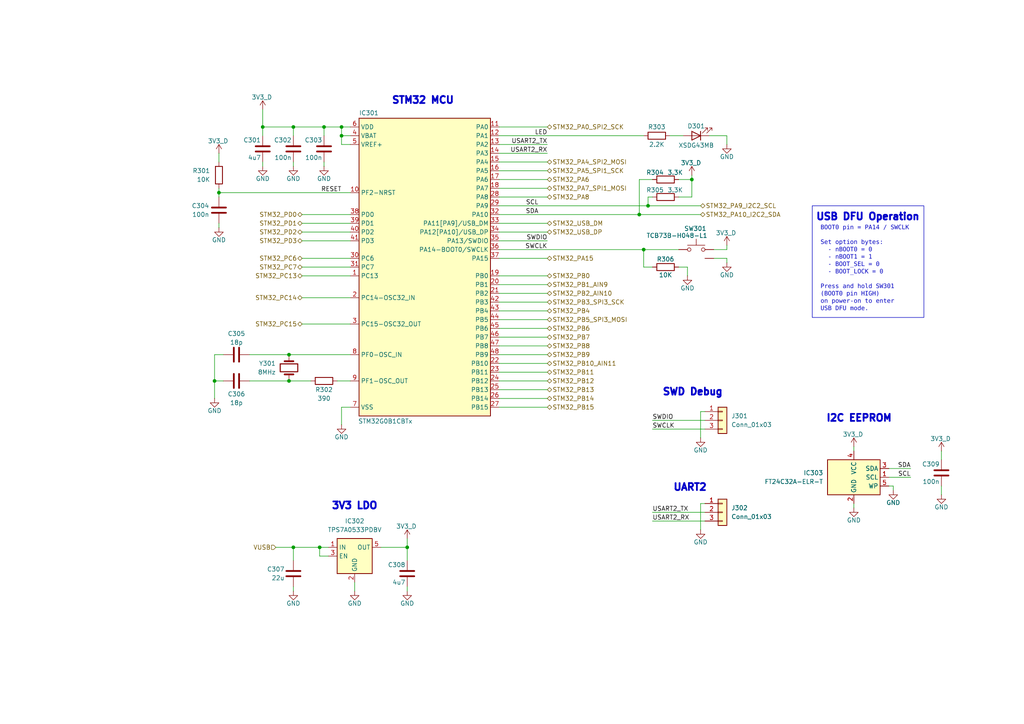
<source format=kicad_sch>
(kicad_sch (version 20231120) (generator "eeschema") (generator_version "8.0")
  (paper "A4")
  (title_block (title "RFE") (date "2024-06-01") (rev "A1") (company "LibreCellular Project - https://librecellular.org/") (comment 1 "Drawn: OK") (comment 2 "Checked: x"))
  (lib_symbols
    (symbol "Connector_Generic:Conn_01x03" (pin_names (offset 1.016) hide)
      (property "Reference" "J" (at 0 5.08 0))
      (property "Value" "Conn_01x03" (at 0 -5.08 0))
      (symbol "Conn_01x03_1_1"
        (rectangle (start -1.27 -2.413) (end 0 -2.667) (stroke (width 0.1524)))
        (rectangle (start -1.27 0.127) (end 0 -0.127) (stroke (width 0.1524)))
        (rectangle (start -1.27 2.667) (end 0 2.413) (stroke (width 0.1524)))
        (rectangle (start -1.27 3.81) (end 1.27 -3.81) (stroke (width 0.254)) (fill (type background)))
        (pin passive line (at -5.08 2.54 0) (length 3.81) (name "Pin_1") (number "1"))
        (pin passive line (at -5.08 0 0) (length 3.81) (name "Pin_2") (number "2"))
        (pin passive line (at -5.08 -2.54 0) (length 3.81) (name "Pin_3") (number "3"))
      )
    )
    (symbol "Device:C" (pin_numbers hide) (pin_names (offset 0.254))
      (property "Reference" "C" (at 0.635 2.54 0))
      (property "Value" "C" (at 0.635 -2.54 0))
      (symbol "C_0_1"
        (polyline (pts (xy -2.032 -0.762) (xy 2.032 -0.762)) (stroke (width 0.508)))
        (polyline (pts (xy -2.032 0.762) (xy 2.032 0.762)) (stroke (width 0.508)))
      )
      (symbol "C_1_1"
        (pin passive line (at 0 3.81 270) (length 2.794) (name "~") (number "1"))
        (pin passive line (at 0 -3.81 90) (length 2.794) (name "~") (number "2"))
      )
    )
    (symbol "Device:Crystal" (pin_numbers hide) (pin_names (offset 1.016) hide)
      (property "Reference" "Y301" (at 1.2701 3.81 90))
      (property "Value" "8MHz" (at -1.2699 3.81 90))
      (symbol "Crystal_0_1"
        (rectangle (start -1.143 2.54) (end 1.143 -2.54) (stroke (width 0.3048)))
        (polyline (pts (xy -2.54 0) (xy -1.905 0)))
        (polyline (pts (xy -1.905 -1.27) (xy -1.905 1.27)) (stroke (width 0.508)))
        (polyline (pts (xy 1.905 -1.27) (xy 1.905 1.27)) (stroke (width 0.508)))
        (polyline (pts (xy 2.54 0) (xy 1.905 0)))
      )
      (symbol "Crystal_1_1"
        (pin passive line (at -3.81 0 0) (length 1.27) (name "1") (number "1"))
        (pin passive line (at 3.81 0 180) (length 1.27) (name "2") (number "2"))
      )
    )
    (symbol "Device:LED" (pin_numbers hide) (pin_names (offset 1.016) hide)
      (property "Reference" "D" (at 0 2.54 0))
      (property "Value" "LED" (at 0 -2.54 0))
      (symbol "LED_0_1"
        (polyline (pts (xy -1.27 -1.27) (xy -1.27 1.27)) (stroke (width 0.254)))
        (polyline (pts (xy -1.27 0) (xy 1.27 0)))
        (polyline (pts (xy 1.27 -1.27) (xy 1.27 1.27) (xy -1.27 0) (xy 1.27 -1.27)) (stroke (width 0.254)))
        (polyline (pts (xy -3.048 -0.762) (xy -4.572 -2.286) (xy -3.81 -2.286) (xy -4.572 -2.286) (xy -4.572 -1.524)))
        (polyline (pts (xy -1.778 -0.762) (xy -3.302 -2.286) (xy -2.54 -2.286) (xy -3.302 -2.286) (xy -3.302 -1.524)))
      )
      (symbol "LED_1_1"
        (pin passive line (at -3.81 0 0) (length 2.54) (name "K") (number "1"))
        (pin passive line (at 3.81 0 180) (length 2.54) (name "A") (number "2"))
      )
    )
    (symbol "Device:R" (pin_numbers hide) (pin_names (offset 0))
      (property "Reference" "R" (at 2.032 0 90))
      (property "Value" "R" (at 0 0 90))
      (symbol "R_0_1"
        (rectangle (start -1.016 -2.54) (end 1.016 2.54) (stroke (width 0.254)))
      )
      (symbol "R_1_1"
        (pin passive line (at 0 3.81 270) (length 1.27) (name "~") (number "1"))
        (pin passive line (at 0 -3.81 90) (length 1.27) (name "~") (number "2"))
      )
    )
    (symbol "LC_RFE:PushButton-TCB73B-H048-L1" (pin_numbers hide) (pin_names (offset 1.016) hide)
      (property "Reference" "SW" (at -4.318 3.302 0))
      (property "Value" "PushButton-TCB73B-H048-L1" (at 0.508 -4.826 0))
      (symbol "PushButton-TCB73B-H048-L1_0_1"
        (circle (center -2.032 0) (radius 0.508))
        (polyline (pts (xy 0 1.27) (xy 0 3.048)))
        (polyline (pts (xy 2.54 1.27) (xy -2.54 1.27)))
        (circle (center 2.032 0) (radius 0.508))
        (pin passive line (at -5.08 0 0) (length 2.54) (name "1") (number "1"))
        (pin passive line (at 5.08 0 180) (length 2.54) (name "2") (number "2"))
        (pin passive line (at 5.08 -2.54 180) (length 2.54) (name "3") (number "3"))
      )
    )
    (symbol "MCU_ST_STM32G0:STM32G0B1CBTx"
      (property "Reference" "U?" (at -19.05 44.704 0))
      (property "Value" "STM32G0B1CBTx" (at -19.304 -44.704 0))
      (symbol "STM32G0B1CBTx_0_1"
        (rectangle (start -19.05 43.18) (end 19.05 -43.18) (stroke (width 0.254)) (fill (type background)))
      )
      (symbol "STM32G0B1CBTx_1_1"
        (pin bidirectional line (at -21.59 -2.54 0) (length 2.54) (name "PC13") (number "1"))
        (pin bidirectional line (at -21.59 21.59 0) (length 2.54) (name "PF2-NRST") (number "10"))
        (pin bidirectional line (at 21.59 40.64 180) (length 2.54) (name "PA0") (number "11"))
        (pin bidirectional line (at 21.59 38.1 180) (length 2.54) (name "PA1") (number "12"))
        (pin bidirectional line (at 21.59 35.56 180) (length 2.54) (name "PA2") (number "13"))
        (pin bidirectional line (at 21.59 33.02 180) (length 2.54) (name "PA3") (number "14"))
        (pin bidirectional line (at 21.59 30.48 180) (length 2.54) (name "PA4") (number "15"))
        (pin bidirectional line (at 21.59 27.94 180) (length 2.54) (name "PA5") (number "16"))
        (pin bidirectional line (at 21.59 25.4 180) (length 2.54) (name "PA6") (number "17"))
        (pin bidirectional line (at 21.59 22.86 180) (length 2.54) (name "PA7") (number "18"))
        (pin bidirectional line (at 21.59 -2.54 180) (length 2.54) (name "PB0") (number "19"))
        (pin bidirectional line (at -21.59 -8.89 0) (length 2.54) (name "PC14-OSC32_IN") (number "2"))
        (pin bidirectional line (at 21.59 -5.08 180) (length 2.54) (name "PB1") (number "20"))
        (pin bidirectional line (at 21.59 -7.62 180) (length 2.54) (name "PB2") (number "21"))
        (pin bidirectional line (at 21.59 -27.94 180) (length 2.54) (name "PB10") (number "22"))
        (pin bidirectional line (at 21.59 -30.48 180) (length 2.54) (name "PB11") (number "23"))
        (pin bidirectional line (at 21.59 -33.02 180) (length 2.54) (name "PB12") (number "24"))
        (pin bidirectional line (at 21.59 -35.56 180) (length 2.54) (name "PB13") (number "25"))
        (pin bidirectional line (at 21.59 -38.1 180) (length 2.54) (name "PB14") (number "26"))
        (pin bidirectional line (at 21.59 -40.64 180) (length 2.54) (name "PB15") (number "27"))
        (pin bidirectional line (at 21.59 20.32 180) (length 2.54) (name "PA8") (number "28"))
        (pin bidirectional line (at 21.59 17.78 180) (length 2.54) (name "PA9") (number "29"))
        (pin bidirectional line (at -21.59 -16.51 0) (length 2.54) (name "PC15-OSC32_OUT") (number "3"))
        (pin bidirectional line (at -21.59 2.54 0) (length 2.54) (name "PC6") (number "30"))
        (pin bidirectional line (at -21.59 0 0) (length 2.54) (name "PC7") (number "31"))
        (pin bidirectional line (at 21.59 15.24 180) (length 2.54) (name "PA10") (number "32"))
        (pin bidirectional line (at 21.59 12.7 180) (length 2.54) (name "PA11[PA9]/USB_DM") (number "33"))
        (pin bidirectional line (at 21.59 10.16 180) (length 2.54) (name "PA12[PA10]/USB_DP") (number "34"))
        (pin bidirectional line (at 21.59 7.62 180) (length 2.54) (name "PA13/SWDIO") (number "35"))
        (pin bidirectional line (at 21.59 5.08 180) (length 2.54) (name "PA14-BOOT0/SWCLK") (number "36"))
        (pin bidirectional line (at 21.59 2.54 180) (length 2.54) (name "PA15") (number "37"))
        (pin bidirectional line (at -21.59 15.24 0) (length 2.54) (name "PD0") (number "38"))
        (pin bidirectional line (at -21.59 12.7 0) (length 2.54) (name "PD1") (number "39"))
        (pin power_in line (at -21.59 38.1 0) (length 2.54) (name "VBAT") (number "4"))
        (pin bidirectional line (at -21.59 10.16 0) (length 2.54) (name "PD2") (number "40"))
        (pin bidirectional line (at -21.59 7.62 0) (length 2.54) (name "PD3") (number "41"))
        (pin bidirectional line (at 21.59 -10.16 180) (length 2.54) (name "PB3") (number "42"))
        (pin bidirectional line (at 21.59 -12.7 180) (length 2.54) (name "PB4") (number "43"))
        (pin bidirectional line (at 21.59 -15.24 180) (length 2.54) (name "PB5") (number "44"))
        (pin bidirectional line (at 21.59 -17.78 180) (length 2.54) (name "PB6") (number "45"))
        (pin bidirectional line (at 21.59 -20.32 180) (length 2.54) (name "PB7") (number "46"))
        (pin bidirectional line (at 21.59 -22.86 180) (length 2.54) (name "PB8") (number "47"))
        (pin bidirectional line (at 21.59 -25.4 180) (length 2.54) (name "PB9") (number "48"))
        (pin input line (at -21.59 35.56 0) (length 2.54) (name "VREF+") (number "5"))
        (pin power_in line (at -21.59 40.64 0) (length 2.54) (name "VDD") (number "6"))
        (pin power_in line (at -21.59 -40.64 0) (length 2.54) (name "VSS") (number "7"))
        (pin bidirectional line (at -21.59 -25.4 0) (length 2.54) (name "PF0-OSC_IN") (number "8"))
        (pin bidirectional line (at -21.59 -33.02 0) (length 2.54) (name "PF1-OSC_OUT") (number "9"))
      )
    )
    (symbol "Memory_EEPROM:AT24CS32-STUM"
      (property "Reference" "U" (at -7.62 6.35 0))
      (property "Value" "AT24CS32-STUM" (at 2.54 -6.35 0))
      (symbol "AT24CS32-STUM_1_1"
        (rectangle (start -7.62 5.08) (end 7.62 -5.08) (stroke (width 0.254)) (fill (type background)))
        (pin input line (at 10.16 0 180) (length 2.54) (name "SCL") (number "1"))
        (pin power_in line (at 0 -7.62 90) (length 2.54) (name "GND") (number "2"))
        (pin bidirectional line (at 10.16 2.54 180) (length 2.54) (name "SDA") (number "3"))
        (pin power_in line (at 0 7.62 270) (length 2.54) (name "VCC") (number "4"))
        (pin input line (at 10.16 -2.54 180) (length 2.54) (name "WP") (number "5"))
      )
    )
    (symbol "Regulator_Linear:TPS7A0533PDBV"
      (property "Reference" "U" (at -3.81 6.35 0))
      (property "Value" "TPS7A0533PDBV" (at 6.35 6.35 0))
      (symbol "TPS7A0533PDBV_0_1"
        (rectangle (start -5.08 -5.08) (end 5.08 5.08) (stroke (width 0.254)) (fill (type background)))
        (pin power_in line (at -7.62 2.54 0) (length 2.54) (name "IN") (number "1"))
        (pin power_in line (at 0 -7.62 90) (length 2.54) (name "GND") (number "2"))
        (pin input line (at -7.62 0 0) (length 2.54) (name "EN") (number "3"))
        (pin no_connect line (at 5.08 0 180) (length 2.54) hide (name "NC") (number "4"))
        (pin power_out line (at 7.62 2.54 180) (length 2.54) (name "OUT") (number "5"))
      )
    )
    (symbol "power:+3V3" (power) (pin_numbers hide) (pin_names (offset 0) hide)
      (property "Value" "+3V3" (at 0 3.556 0))
      (symbol "+3V3_0_1"
        (polyline (pts (xy -0.762 1.27) (xy 0 2.54)))
        (polyline (pts (xy 0 0) (xy 0 2.54)))
        (polyline (pts (xy 0 2.54) (xy 0.762 1.27)))
      )
      (symbol "+3V3_1_1"
        (pin power_in line (at 0 0 90) (length 0) (name "~") (number "1"))
      )
    )
    (symbol "power:GND" (power) (pin_numbers hide) (pin_names (offset 0) hide)
      (property "Value" "GND" (at 0 -3.81 0))
      (symbol "GND_0_1"
        (polyline (pts (xy 0 0) (xy 0 -1.27) (xy 1.27 -1.27) (xy 0 -2.54) (xy -1.27 -1.27) (xy 0 -1.27)))
      )
      (symbol "GND_1_1"
        (pin power_in line (at 0 0 270) (length 0) (name "~") (number "1"))
      )
    )
  )
  (junction (at 83.82 102.87))
  (junction (at 76.2 36.83))
  (junction (at 85.09 158.75))
  (junction (at 83.82 110.49))
  (junction (at 63.5 55.88))
  (junction (at 186.69 72.39))
  (junction (at 92.71 158.75))
  (junction (at 187.96 59.69))
  (junction (at 85.09 36.83))
  (junction (at 62.23 110.49))
  (junction (at 185.42 62.23))
  (junction (at 99.06 36.83))
  (junction (at 200.66 52.07))
  (junction (at 99.06 39.37))
  (junction (at 118.11 158.75))
  (junction (at 93.98 36.83))
  (wire (pts (xy 144.78 113.03) (xy 158.75 113.03)))
  (wire (pts (xy 185.42 62.23) (xy 203.2 62.23)))
  (wire (pts (xy 186.69 72.39) (xy 196.85 72.39)))
  (wire (pts (xy 200.66 52.07) (xy 200.66 57.15)))
  (wire (pts (xy 205.74 39.37) (xy 210.82 39.37)))
  (wire (pts (xy 144.78 67.31) (xy 158.75 67.31)))
  (wire (pts (xy 189.23 124.46) (xy 204.47 124.46)))
  (wire (pts (xy 85.09 36.83) (xy 85.09 39.37)))
  (wire (pts (xy 257.81 140.97) (xy 259.08 140.97)))
  (wire (pts (xy 85.09 36.83) (xy 76.2 36.83)))
  (wire (pts (xy 63.5 44.45) (xy 63.5 46.99)))
  (wire (pts (xy 196.85 77.47) (xy 199.39 77.47)))
  (wire (pts (xy 259.08 140.97) (xy 259.08 142.24)))
  (wire (pts (xy 83.82 102.87) (xy 101.6 102.87)))
  (wire (pts (xy 101.6 69.85) (xy 87.63 69.85)))
  (wire (pts (xy 144.78 87.63) (xy 158.75 87.63)))
  (wire (pts (xy 187.96 57.15) (xy 187.96 59.69)))
  (wire (pts (xy 210.82 39.37) (xy 210.82 41.91)))
  (wire (pts (xy 99.06 36.83) (xy 101.6 36.83)))
  (wire (pts (xy 189.23 121.92) (xy 204.47 121.92)))
  (wire (pts (xy 144.78 80.01) (xy 158.75 80.01)))
  (wire (pts (xy 63.5 54.61) (xy 63.5 55.88)))
  (wire (pts (xy 207.01 72.39) (xy 210.82 72.39)))
  (wire (pts (xy 185.42 52.07) (xy 185.42 62.23)))
  (wire (pts (xy 76.2 31.75) (xy 76.2 36.83)))
  (wire (pts (xy 187.96 59.69) (xy 203.2 59.69)))
  (wire (pts (xy 85.09 46.99) (xy 85.09 48.26)))
  (wire (pts (xy 63.5 55.88) (xy 101.6 55.88)))
  (wire (pts (xy 93.98 46.99) (xy 93.98 48.26)))
  (wire (pts (xy 189.23 52.07) (xy 185.42 52.07)))
  (wire (pts (xy 144.78 44.45) (xy 158.75 44.45)))
  (wire (pts (xy 62.23 110.49) (xy 64.77 110.49)))
  (wire (pts (xy 207.01 74.93) (xy 210.82 74.93)))
  (wire (pts (xy 101.6 77.47) (xy 87.63 77.47)))
  (wire (pts (xy 144.78 105.41) (xy 158.75 105.41)))
  (wire (pts (xy 144.78 69.85) (xy 158.75 69.85)))
  (wire (pts (xy 144.78 59.69) (xy 187.96 59.69)))
  (wire (pts (xy 63.5 66.04) (xy 63.5 64.77)))
  (wire (pts (xy 210.82 74.93) (xy 210.82 76.2)))
  (wire (pts (xy 210.82 72.39) (xy 210.82 71.12)))
  (wire (pts (xy 93.98 36.83) (xy 85.09 36.83)))
  (wire (pts (xy 72.39 102.87) (xy 83.82 102.87)))
  (wire (pts (xy 85.09 158.75) (xy 92.71 158.75)))
  (wire (pts (xy 273.05 140.97) (xy 273.05 143.51)))
  (wire (pts (xy 85.09 158.75) (xy 85.09 162.56)))
  (wire (pts (xy 92.71 158.75) (xy 95.25 158.75)))
  (wire (pts (xy 186.69 77.47) (xy 186.69 72.39)))
  (wire (pts (xy 144.78 110.49) (xy 158.75 110.49)))
  (wire (pts (xy 144.78 90.17) (xy 158.75 90.17)))
  (wire (pts (xy 199.39 77.47) (xy 199.39 80.01)))
  (wire (pts (xy 101.6 86.36) (xy 87.63 86.36)))
  (wire (pts (xy 62.23 110.49) (xy 62.23 115.57)))
  (wire (pts (xy 144.78 95.25) (xy 158.75 95.25)))
  (wire (pts (xy 97.79 110.49) (xy 101.6 110.49)))
  (wire (pts (xy 99.06 118.11) (xy 99.06 123.19)))
  (wire (pts (xy 101.6 74.93) (xy 87.63 74.93)))
  (wire (pts (xy 99.06 36.83) (xy 93.98 36.83)))
  (wire (pts (xy 196.85 52.07) (xy 200.66 52.07)))
  (wire (pts (xy 64.77 102.87) (xy 62.23 102.87)))
  (wire (pts (xy 83.82 110.49) (xy 90.17 110.49)))
  (wire (pts (xy 101.6 41.91) (xy 99.06 41.91)))
  (wire (pts (xy 144.78 57.15) (xy 158.75 57.15)))
  (wire (pts (xy 118.11 171.45) (xy 118.11 170.18)))
  (wire (pts (xy 102.87 171.45) (xy 102.87 168.91)))
  (wire (pts (xy 144.78 46.99) (xy 158.75 46.99)))
  (wire (pts (xy 80.01 158.75) (xy 85.09 158.75)))
  (wire (pts (xy 63.5 55.88) (xy 63.5 57.15)))
  (wire (pts (xy 99.06 41.91) (xy 99.06 39.37)))
  (wire (pts (xy 144.78 92.71) (xy 158.75 92.71)))
  (wire (pts (xy 101.6 80.01) (xy 87.63 80.01)))
  (wire (pts (xy 257.81 138.43) (xy 264.16 138.43)))
  (wire (pts (xy 194.31 39.37) (xy 198.12 39.37)))
  (wire (pts (xy 95.25 161.29) (xy 92.71 161.29)))
  (wire (pts (xy 76.2 36.83) (xy 76.2 39.37)))
  (wire (pts (xy 203.2 146.05) (xy 203.2 153.67)))
  (wire (pts (xy 144.78 74.93) (xy 158.75 74.93)))
  (wire (pts (xy 144.78 85.09) (xy 158.75 85.09)))
  (wire (pts (xy 93.98 36.83) (xy 93.98 39.37)))
  (wire (pts (xy 196.85 57.15) (xy 200.66 57.15)))
  (wire (pts (xy 144.78 39.37) (xy 186.69 39.37)))
  (wire (pts (xy 85.09 171.45) (xy 85.09 170.18)))
  (wire (pts (xy 144.78 100.33) (xy 158.75 100.33)))
  (wire (pts (xy 204.47 119.38) (xy 203.2 119.38)))
  (wire (pts (xy 118.11 158.75) (xy 118.11 162.56)))
  (wire (pts (xy 189.23 151.13) (xy 204.47 151.13)))
  (wire (pts (xy 144.78 102.87) (xy 158.75 102.87)))
  (wire (pts (xy 76.2 46.99) (xy 76.2 48.26)))
  (wire (pts (xy 257.81 135.89) (xy 264.16 135.89)))
  (wire (pts (xy 203.2 119.38) (xy 203.2 127)))
  (wire (pts (xy 144.78 72.39) (xy 186.69 72.39)))
  (wire (pts (xy 144.78 54.61) (xy 158.75 54.61)))
  (wire (pts (xy 273.05 130.81) (xy 273.05 133.35)))
  (wire (pts (xy 144.78 82.55) (xy 158.75 82.55)))
  (wire (pts (xy 72.39 110.49) (xy 83.82 110.49)))
  (wire (pts (xy 101.6 64.77) (xy 87.63 64.77)))
  (wire (pts (xy 189.23 57.15) (xy 187.96 57.15)))
  (wire (pts (xy 144.78 115.57) (xy 158.75 115.57)))
  (wire (pts (xy 62.23 102.87) (xy 62.23 110.49)))
  (wire (pts (xy 101.6 62.23) (xy 87.63 62.23)))
  (wire (pts (xy 144.78 64.77) (xy 158.75 64.77)))
  (wire (pts (xy 101.6 67.31) (xy 87.63 67.31)))
  (wire (pts (xy 189.23 77.47) (xy 186.69 77.47)))
  (wire (pts (xy 99.06 39.37) (xy 101.6 39.37)))
  (wire (pts (xy 200.66 50.8) (xy 200.66 52.07)))
  (wire (pts (xy 101.6 118.11) (xy 99.06 118.11)))
  (wire (pts (xy 204.47 146.05) (xy 203.2 146.05)))
  (wire (pts (xy 144.78 118.11) (xy 158.75 118.11)))
  (wire (pts (xy 110.49 158.75) (xy 118.11 158.75)))
  (wire (pts (xy 189.23 148.59) (xy 204.47 148.59)))
  (wire (pts (xy 92.71 161.29) (xy 92.71 158.75)))
  (wire (pts (xy 247.65 147.32) (xy 247.65 146.05)))
  (wire (pts (xy 144.78 97.79) (xy 158.75 97.79)))
  (wire (pts (xy 118.11 156.21) (xy 118.11 158.75)))
  (wire (pts (xy 101.6 93.98) (xy 87.63 93.98)))
  (wire (pts (xy 144.78 62.23) (xy 185.42 62.23)))
  (wire (pts (xy 144.78 41.91) (xy 158.75 41.91)))
  (wire (pts (xy 144.78 52.07) (xy 158.75 52.07)))
  (wire (pts (xy 144.78 49.53) (xy 158.75 49.53)))
  (wire (pts (xy 144.78 36.83) (xy 158.75 36.83)))
  (wire (pts (xy 144.78 107.95) (xy 158.75 107.95)))
  (wire (pts (xy 247.65 129.54) (xy 247.65 130.81)))
  (wire (pts (xy 99.06 39.37) (xy 99.06 36.83)))
  (rectangle (start 235.585 59.69) (end 267.97 92.075))
  (text "I2C EEPROM" (at 249.174 121.412 0) (effects (font (size 2.032 2.032) (thickness 1.524) (bold yes))))
  (text "3V3 LDO" (at 102.87 146.812 0) (effects (font (size 2.032 2.032) (thickness 1.524) (bold yes))))
  (text "BOOT0 pin = PA14 / SWCLK\n\nSet option bytes:\n  - nBOOT0 = 0\n  - nBOOT1 = 1\n  - BOOT_SEL = 0\n  - BOOT_LOCK = 0\n\nPress and hold SW301\n(BOOT0 pin HIGH)\non power-on to enter\nUSB DFU mode." (at 237.998 65.786 0) (effects (font (size 1.27 1.27)) (justify left top)))
  (text "UART2" (at 200.152 141.478 0) (effects (font (size 2.032 2.032) (thickness 1.524) (bold yes))))
  (text "SWD Debug" (at 200.914 113.792 0) (effects (font (size 2.032 2.032) (thickness 1.524) (bold yes))))
  (text "USB DFU Operation" (at 251.714 62.992 0) (effects (font (size 2.032 2.032) (thickness 1.524) (bold yes))))
  (text "STM32 MCU" (at 122.682 29.21 0) (effects (font (size 2.032 2.032) (thickness 1.524) (bold yes))))
  (label "SCL" (at 264.16 138.43 180))
  (label "RESET" (at 99.06 55.88 180))
  (label "SWCLK" (at 189.23 124.46 0))
  (label "SWCLK" (at 158.75 72.39 180))
  (label "SWDIO" (at 158.75 69.85 180))
  (label "LED" (at 158.75 39.37 180))
  (label "USART2_TX" (at 189.23 148.59 0))
  (label "USART2_RX" (at 189.23 151.13 0))
  (label "SWDIO" (at 189.23 121.92 0))
  (label "USART2_TX" (at 158.75 41.91 180))
  (label "SDA" (at 264.16 135.89 180))
  (label "SDA" (at 156.21 62.23 180))
  (label "USART2_RX" (at 158.75 44.45 180))
  (label "SCL" (at 156.21 59.69 180))
  (hierarchical_label "STM32_PD2" (shape bidirectional) (at 87.63 67.31 180))
  (hierarchical_label "STM32_PB7" (shape bidirectional) (at 158.75 97.79 0))
  (hierarchical_label "STM32_PA0_SPI2_SCK" (shape bidirectional) (at 158.75 36.83 0))
  (hierarchical_label "STM32_PA7_SPI1_MOSI" (shape bidirectional) (at 158.75 54.61 0))
  (hierarchical_label "STM32_USB_DM" (shape bidirectional) (at 158.75 64.77 0))
  (hierarchical_label "STM32_PA4_SPI2_MOSI" (shape bidirectional) (at 158.75 46.99 0))
  (hierarchical_label "STM32_PB5_SPI3_MOSI" (shape bidirectional) (at 158.75 92.71 0))
  (hierarchical_label "VUSB" (shape input) (at 80.01 158.75 180))
  (hierarchical_label "STM32_PB8" (shape bidirectional) (at 158.75 100.33 0))
  (hierarchical_label "STM32_PB2_AIN10" (shape bidirectional) (at 158.75 85.09 0))
  (hierarchical_label "STM32_PB10_AIN11" (shape bidirectional) (at 158.75 105.41 0))
  (hierarchical_label "STM32_USB_DP" (shape bidirectional) (at 158.75 67.31 0))
  (hierarchical_label "STM32_PA5_SPI1_SCK" (shape bidirectional) (at 158.75 49.53 0))
  (hierarchical_label "STM32_PB12" (shape bidirectional) (at 158.75 110.49 0))
  (hierarchical_label "STM32_PB14" (shape bidirectional) (at 158.75 115.57 0))
  (hierarchical_label "STM32_PD3" (shape bidirectional) (at 87.63 69.85 180))
  (hierarchical_label "STM32_PB1_AIN9" (shape bidirectional) (at 158.75 82.55 0))
  (hierarchical_label "STM32_PD0" (shape bidirectional) (at 87.63 62.23 180))
  (hierarchical_label "STM32_PB0" (shape bidirectional) (at 158.75 80.01 0))
  (hierarchical_label "STM32_PB15" (shape bidirectional) (at 158.75 118.11 0))
  (hierarchical_label "STM32_PB9" (shape bidirectional) (at 158.75 102.87 0))
  (hierarchical_label "STM32_PB13" (shape bidirectional) (at 158.75 113.03 0))
  (hierarchical_label "STM32_PC15" (shape bidirectional) (at 87.63 93.98 180))
  (hierarchical_label "STM32_PA8" (shape bidirectional) (at 158.75 57.15 0))
  (hierarchical_label "STM32_PC7" (shape bidirectional) (at 87.63 77.47 180))
  (hierarchical_label "STM32_PC13" (shape bidirectional) (at 87.63 80.01 180))
  (hierarchical_label "STM32_PB11" (shape bidirectional) (at 158.75 107.95 0))
  (hierarchical_label "STM32_PB3_SPI3_SCK" (shape bidirectional) (at 158.75 87.63 0))
  (hierarchical_label "STM32_PA9_I2C2_SCL" (shape bidirectional) (at 203.2 59.69 0))
  (hierarchical_label "STM32_PC6" (shape bidirectional) (at 87.63 74.93 180))
  (hierarchical_label "STM32_PA6" (shape bidirectional) (at 158.75 52.07 0))
  (hierarchical_label "STM32_PA15" (shape bidirectional) (at 158.75 74.93 0))
  (hierarchical_label "STM32_PB4" (shape bidirectional) (at 158.75 90.17 0))
  (hierarchical_label "STM32_PD1" (shape bidirectional) (at 87.63 64.77 180))
  (hierarchical_label "STM32_PB6" (shape bidirectional) (at 158.75 95.25 0))
  (hierarchical_label "STM32_PA10_I2C2_SDA" (shape bidirectional) (at 203.2 62.23 0))
  (hierarchical_label "STM32_PC14" (shape bidirectional) (at 87.63 86.36 180))
  (symbol (lib_id "Device:C") (at 63.5 60.96 0) (unit 1)
    (property "Reference" "C304" (at 60.706 59.69 0) (effects (justify right)))
    (property "Value" "100n" (at 60.706 62.23 0) (effects (justify right)))
    (property "Footprint" "Capacitor_SMD:C_0402_1005Metric" (effects (hide yes)))
    (property "Description" "Unpolarized capacitor" (effects (hide yes)))
    (property "JLCASSY" "C307331" (effects (hide yes)))
  )
  (symbol (lib_id "power:GND") (at 259.08 142.24 0) (unit 1)
    (property "Reference" "#PWR0322" (effects (hide yes)))
    (property "Value" "GND" (at 259.08 145.796 0))
    (property "Description" "Power symbol creates a global label with name \"GND\" , ground" (effects (hide yes)))
  )
  (symbol (lib_id "power:GND") (at 63.5 66.04 0) (unit 1)
    (property "Reference" "#PWR0306" (effects (hide yes)))
    (property "Value" "GND" (at 63.5 69.596 0))
    (property "Description" "Power symbol creates a global label with name \"GND\" , ground" (effects (hide yes)))
  )
  (symbol (lib_id "power:+3V3") (at 210.82 71.12 0) (unit 1)
    (property "Reference" "#PWR0309" (effects (hide yes)))
    (property "Value" "3V3_D" (at 210.566 67.564 0))
    (property "Description" "Power symbol creates a global label with name \"+3V3\"" (effects (hide yes)))
  )
  (symbol (lib_id "power:GND") (at 199.39 80.01 0) (unit 1)
    (property "Reference" "#PWR0317" (effects (hide yes)))
    (property "Value" "GND" (at 199.39 83.566 0))
    (property "Description" "Power symbol creates a global label with name \"GND\" , ground" (effects (hide yes)))
  )
  (symbol (lib_id "power:GND") (at 203.2 153.67 0) (unit 1)
    (property "Reference" "#PWR0316" (effects (hide yes)))
    (property "Value" "GND" (at 203.2 157.226 0))
    (property "Description" "Power symbol creates a global label with name \"GND\" , ground" (effects (hide yes)))
  )
  (symbol (lib_id "power:+3V3") (at 247.65 129.54 0) (unit 1)
    (property "Reference" "#PWR0321" (effects (hide yes)))
    (property "Value" "3V3_D" (at 247.396 125.984 0))
    (property "Description" "Power symbol creates a global label with name \"+3V3\"" (effects (hide yes)))
  )
  (symbol (lib_id "power:GND") (at 99.06 123.19 0) (unit 1)
    (property "Reference" "#PWR0308" (effects (hide yes)))
    (property "Value" "GND" (at 99.06 126.746 0))
    (property "Description" "Power symbol creates a global label with name \"GND\" , ground" (effects (hide yes)))
  )
  (symbol (lib_id "Device:R") (at 63.5 50.8 0) (mirror y) (unit 1)
    (property "Reference" "R301" (at 60.96 49.5299 0) (effects (justify left)))
    (property "Value" "10K" (at 60.96 52.0699 0) (effects (justify left)))
    (property "Footprint" "Resistor_SMD:R_0402_1005Metric" (effects (hide yes)))
    (property "Description" "Resistor" (effects (hide yes)))
    (property "JLCASSY" "C2902636" (effects (hide yes)))
  )
  (symbol (lib_id "Device:C") (at 93.98 43.18 0) (unit 1)
    (property "Reference" "C303" (at 93.472 40.64 0) (effects (justify right)))
    (property "Value" "100n" (at 93.472 45.72 0) (effects (justify right)))
    (property "Footprint" "Capacitor_SMD:C_0402_1005Metric" (effects (hide yes)))
    (property "Description" "Unpolarized capacitor" (effects (hide yes)))
    (property "JLCASSY" "C307331" (effects (hide yes)))
  )
  (symbol (lib_id "power:GND") (at 118.11 171.45 0) (unit 1)
    (property "Reference" "#PWR0314" (effects (hide yes)))
    (property "Value" "GND" (at 118.11 175.006 0))
    (property "Description" "Power symbol creates a global label with name \"GND\" , ground" (effects (hide yes)))
  )
  (symbol (lib_id "power:+3V3") (at 63.5 44.45 0) (unit 1)
    (property "Reference" "#PWR0302" (effects (hide yes)))
    (property "Value" "3V3_D" (at 63.246 40.894 0))
    (property "Description" "Power symbol creates a global label with name \"+3V3\"" (effects (hide yes)))
  )
  (symbol (lib_id "power:GND") (at 210.82 41.91 0) (unit 1)
    (property "Reference" "#PWR0310" (effects (hide yes)))
    (property "Value" "GND" (at 210.82 45.466 0))
    (property "Description" "Power symbol creates a global label with name \"GND\" , ground" (effects (hide yes)))
  )
  (symbol (lib_id "Memory_EEPROM:AT24CS32-STUM") (at 247.65 138.43 0) (unit 1)
    (property "Reference" "IC303" (at 238.76 137.1599 0) (effects (justify right)))
    (property "Value" "FT24C32A-ELR-T" (at 238.76 139.6999 0) (effects (justify right)))
    (property "Footprint" "Package_TO_SOT_SMD:SOT-23-5" (effects (hide yes)))
    (property "JLCASSY" "C5263776" (effects (hide yes)))
  )
  (symbol (lib_id "power:GND") (at 85.09 171.45 0) (unit 1)
    (property "Reference" "#PWR0312" (effects (hide yes)))
    (property "Value" "GND" (at 85.09 175.006 0))
    (property "Description" "Power symbol creates a global label with name \"GND\" , ground" (effects (hide yes)))
  )
  (symbol (lib_id "Device:R") (at 193.04 52.07 90) (unit 1)
    (property "Reference" "R304" (at 189.992 50.038 90))
    (property "Value" "3.3K" (at 195.834 50.038 90))
    (property "Footprint" "Resistor_SMD:R_0402_1005Metric" (effects (hide yes)))
    (property "Description" "Resistor" (effects (hide yes)))
    (property "JLCASSY" "C25890" (effects (hide yes)))
  )
  (symbol (lib_id "Device:C") (at 85.09 43.18 0) (unit 1)
    (property "Reference" "C302" (at 84.582 40.64 0) (effects (justify right)))
    (property "Value" "100n" (at 84.582 45.72 0) (effects (justify right)))
    (property "Footprint" "Capacitor_SMD:C_0402_1005Metric" (effects (hide yes)))
    (property "Description" "Unpolarized capacitor" (effects (hide yes)))
    (property "JLCASSY" "C307331" (effects (hide yes)))
  )
  (symbol (lib_id "Device:C") (at 85.09 166.37 0) (unit 1)
    (property "Reference" "C307" (at 82.55 165.1 0) (effects (justify right)))
    (property "Value" "22u" (at 82.55 167.64 0) (effects (justify right)))
    (property "Footprint" "Capacitor_SMD:C_1206_3216Metric" (effects (hide yes)))
    (property "Description" "Unpolarized capacitor" (effects (hide yes)))
    (property "JLCASSY" "C478862" (effects (hide yes)))
  )
  (symbol (lib_id "power:GND") (at 247.65 147.32 0) (unit 1)
    (property "Reference" "#PWR0323" (effects (hide yes)))
    (property "Value" "GND" (at 247.65 150.876 0))
    (property "Description" "Power symbol creates a global label with name \"GND\" , ground" (effects (hide yes)))
  )
  (symbol (lib_id "power:GND") (at 62.23 115.57 0) (unit 1)
    (property "Reference" "#PWR0307" (effects (hide yes)))
    (property "Value" "GND" (at 62.23 119.126 0))
    (property "Description" "Power symbol creates a global label with name \"GND\" , ground" (effects (hide yes)))
  )
  (symbol (lib_id "Connector_Generic:Conn_01x03") (at 209.55 148.59 0) (unit 1)
    (property "Reference" "J302" (at 212.09 147.3199 0) (effects (justify left)))
    (property "Value" "Conn_01x03" (at 212.09 149.8599 0) (effects (justify left)))
    (property "Footprint" "Connector_PinHeader_2.54mm:PinHeader_1x03_P2.54mm_Vertical" (effects (hide yes)))
    (property "Description" "Generic connector, single row, 01x03, script generated (kicad-library-utils/schlib/autogen/connector/)" (effects (hide yes)))
  )
  (symbol (lib_id "Device:C") (at 68.58 110.49 90) (unit 1)
    (property "Reference" "C306" (at 68.58 114.3 90))
    (property "Value" "18p" (at 68.58 116.84 90))
    (property "Footprint" "Capacitor_SMD:C_0402_1005Metric" (effects (hide yes)))
    (property "Description" "Unpolarized capacitor" (effects (hide yes)))
    (property "JLCASSY" "C1549" (effects (hide yes)))
  )
  (symbol (lib_id "power:+3V3") (at 273.05 130.81 0) (unit 1)
    (property "Reference" "#PWR0319" (effects (hide yes)))
    (property "Value" "3V3_D" (at 272.796 127.254 0))
    (property "Description" "Power symbol creates a global label with name \"+3V3\"" (effects (hide yes)))
  )
  (symbol (lib_id "power:+3V3") (at 118.11 156.21 0) (unit 1)
    (property "Reference" "#PWR0311" (effects (hide yes)))
    (property "Value" "3V3_D" (at 117.856 152.654 0))
    (property "Description" "Power symbol creates a global label with name \"+3V3\"" (effects (hide yes)))
  )
  (symbol (lib_id "power:GND") (at 76.2 48.26 0) (unit 1)
    (property "Reference" "#PWR0303" (effects (hide yes)))
    (property "Value" "GND" (at 76.2 51.816 0))
    (property "Description" "Power symbol creates a global label with name \"GND\" , ground" (effects (hide yes)))
  )
  (symbol (lib_id "Device:C") (at 273.05 137.16 0) (unit 1)
    (property "Reference" "C309" (at 272.542 134.62 0) (effects (justify right)))
    (property "Value" "100n" (at 272.542 139.7 0) (effects (justify right)))
    (property "Footprint" "Capacitor_SMD:C_0402_1005Metric" (effects (hide yes)))
    (property "Description" "Unpolarized capacitor" (effects (hide yes)))
    (property "JLCASSY" "C307331" (effects (hide yes)))
  )
  (symbol (lib_id "Device:C") (at 68.58 102.87 90) (unit 1)
    (property "Reference" "C305" (at 68.58 96.774 90))
    (property "Value" "18p" (at 68.58 99.314 90))
    (property "Footprint" "Capacitor_SMD:C_0402_1005Metric" (effects (hide yes)))
    (property "Description" "Unpolarized capacitor" (effects (hide yes)))
    (property "JLCASSY" "C1549" (effects (hide yes)))
  )
  (symbol (lib_id "power:+3V3") (at 76.2 31.75 0) (unit 1)
    (property "Reference" "#PWR0301" (effects (hide yes)))
    (property "Value" "3V3_D" (at 75.946 28.194 0))
    (property "Description" "Power symbol creates a global label with name \"+3V3\"" (effects (hide yes)))
  )
  (symbol (lib_id "Device:R") (at 193.04 77.47 90) (unit 1)
    (property "Reference" "R306" (at 193.04 75.184 90))
    (property "Value" "10K" (at 193.04 79.756 90))
    (property "Footprint" "Resistor_SMD:R_0402_1005Metric" (effects (hide yes)))
    (property "Description" "Resistor" (effects (hide yes)))
    (property "JLCASSY" "C2902636" (effects (hide yes)))
  )
  (symbol (lib_id "power:+3V3") (at 200.66 50.8 0) (unit 1)
    (property "Reference" "#PWR010" (effects (hide yes)))
    (property "Value" "3V3_D" (at 200.406 47.244 0))
    (property "Description" "Power symbol creates a global label with name \"+3V3\"" (effects (hide yes)))
  )
  (symbol (lib_id "power:GND") (at 210.82 76.2 0) (unit 1)
    (property "Reference" "#PWR0318" (effects (hide yes)))
    (property "Value" "GND" (at 210.82 79.756 0))
    (property "Description" "Power symbol creates a global label with name \"GND\" , ground" (effects (hide yes)))
  )
  (symbol (lib_id "power:GND") (at 93.98 48.26 0) (unit 1)
    (property "Reference" "#PWR0305" (effects (hide yes)))
    (property "Value" "GND" (at 93.98 51.816 0))
    (property "Description" "Power symbol creates a global label with name \"GND\" , ground" (effects (hide yes)))
  )
  (symbol (lib_id "Regulator_Linear:TPS7A0533PDBV") (at 102.87 161.29 0) (unit 1)
    (property "Reference" "IC302" (at 102.87 151.13 0))
    (property "Value" "TPS7A0533PDBV" (at 102.87 153.67 0))
    (property "Footprint" "Package_TO_SOT_SMD:SOT-23-5" (effects (hide yes)))
    (property "Datasheet" "https://www.ti.com/lit/ds/symlink/tps7a05.pdf" (effects (hide yes)))
    (property "Description" "200-mA Ultra-Low-Iq LDO, 3.3V, SOT-23-5" (effects (hide yes)))
    (property "JLCASSY" "C493453" (effects (hide yes)))
  )
  (symbol (lib_id "power:GND") (at 203.2 127 0) (unit 1)
    (property "Reference" "#PWR0315" (effects (hide yes)))
    (property "Value" "GND" (at 203.2 130.556 0))
    (property "Description" "Power symbol creates a global label with name \"GND\" , ground" (effects (hide yes)))
  )
  (symbol (lib_id "power:GND") (at 273.05 143.51 0) (unit 1)
    (property "Reference" "#PWR0320" (effects (hide yes)))
    (property "Value" "GND" (at 273.05 147.066 0))
    (property "Description" "Power symbol creates a global label with name \"GND\" , ground" (effects (hide yes)))
  )
  (symbol (lib_id "Device:R") (at 190.5 39.37 90) (unit 1)
    (property "Reference" "R303" (at 190.5 36.83 90))
    (property "Value" "2.2K" (at 190.5 41.91 90))
    (property "Footprint" "Resistor_SMD:R_0402_1005Metric" (effects (hide yes)))
    (property "Description" "Resistor" (effects (hide yes)))
    (property "JLCASSY" "C25879" (effects (hide yes)))
  )
  (symbol (lib_id "Connector_Generic:Conn_01x03") (at 209.55 121.92 0) (unit 1)
    (property "Reference" "J301" (at 212.09 120.6499 0) (effects (justify left)))
    (property "Value" "Conn_01x03" (at 212.09 123.1899 0) (effects (justify left)))
    (property "Footprint" "Connector_PinHeader_2.54mm:PinHeader_1x03_P2.54mm_Vertical" (effects (hide yes)))
    (property "Description" "Generic connector, single row, 01x03, script generated (kicad-library-utils/schlib/autogen/connector/)" (effects (hide yes)))
  )
  (symbol (lib_id "Device:R") (at 93.98 110.49 90) (unit 1)
    (property "Reference" "R302" (at 93.98 113.03 90))
    (property "Value" "390" (at 93.98 115.57 90))
    (property "Footprint" "Resistor_SMD:R_0402_1005Metric" (effects (hide yes)))
    (property "Description" "Resistor" (effects (hide yes)))
    (property "JLCASSY" "C2906937" (effects (hide yes)))
  )
  (symbol (lib_id "power:GND") (at 102.87 171.45 0) (unit 1)
    (property "Reference" "#PWR0313" (effects (hide yes)))
    (property "Value" "GND" (at 102.87 175.006 0))
    (property "Description" "Power symbol creates a global label with name \"GND\" , ground" (effects (hide yes)))
  )
  (symbol (lib_id "LC_RFE:PushButton-TCB73B-H048-L1") (at 201.93 72.39 0) (unit 1)
    (property "Reference" "SW301" (at 201.676 66.294 0))
    (property "Value" "TCB73B-H048-L1" (at 196.342 68.326 0))
    (property "Footprint" "LC_RFE:PushButton-TCB73B-H048-L1" (effects (hide yes)))
    (property "JLCASSY" "C2890354" (effects (hide yes)))
  )
  (symbol (lib_id "Device:LED") (at 201.93 39.37 180) (unit 1)
    (property "Reference" "D301" (at 201.93 36.576 0))
    (property "Value" "XSDG43MB" (at 201.93 42.164 0))
    (property "Footprint" "LED_THT:LED_D3.0mm_Horizontal_O3.81mm_Z6.0mm" (effects (hide yes)))
    (property "Description" "Light emitting diode" (effects (hide yes)))
    (property "DIGIKEY" "1497-1043-ND" (effects (hide yes)))
  )
  (symbol (lib_id "power:GND") (at 85.09 48.26 0) (unit 1)
    (property "Reference" "#PWR0304" (effects (hide yes)))
    (property "Value" "GND" (at 85.09 51.816 0))
    (property "Description" "Power symbol creates a global label with name \"GND\" , ground" (effects (hide yes)))
  )
  (symbol (lib_id "Device:Crystal") (at 83.82 106.68 90) (unit 1)
    (property "Reference" "Y301" (at 80.01 105.4099 90) (effects (justify left)))
    (property "Value" "8MHz" (at 80.01 107.9499 90) (effects (justify left)))
    (property "Footprint" "LC_RFE:Crystal_SMD_5032-2Pin_5.0x3.2mm" (effects (hide yes)))
    (property "Description" "Two pin crystal" (effects (hide yes)))
    (property "JLCASSY" "C3035202" (effects (hide yes)))
  )
  (symbol (lib_id "Device:C") (at 118.11 166.37 0) (unit 1)
    (property "Reference" "C308" (at 117.602 163.83 0) (effects (justify right)))
    (property "Value" "4u7" (at 117.602 168.91 0) (effects (justify right)))
    (property "Footprint" "Capacitor_SMD:C_0402_1005Metric" (effects (hide yes)))
    (property "Description" "Unpolarized capacitor" (effects (hide yes)))
    (property "JLCASSY" "C23733" (effects (hide yes)))
  )
  (symbol (lib_id "MCU_ST_STM32G0:STM32G0B1CBTx") (at 123.19 77.47 0) (unit 1)
    (property "Reference" "IC301" (at 104.14 32.766 0) (effects (justify left)))
    (property "Value" "STM32G0B1CBTx" (at 103.886 122.174 0) (effects (justify left)))
    (property "Footprint" "Package_QFP:LQFP-48_7x7mm_P0.5mm" (effects (hide yes)))
    (property "Datasheet" "https://www.st.com/resource/en/datasheet/stm32g0b1cb.pdf" (effects (hide yes)))
    (property "Description" "STMicroelectronics Arm Cortex-M0+ MCU, 128KB flash, 144KB RAM, 64 MHz, 1.7-3.6V, 44 GPIO, LQFP48" (effects (hide yes)))
    (property "JLCASSY" "C2847904" (effects (hide yes)))
  )
  (symbol (lib_id "Device:C") (at 76.2 43.18 0) (unit 1)
    (property "Reference" "C301" (at 75.692 40.64 0) (effects (justify right)))
    (property "Value" "4u7" (at 75.692 45.72 0) (effects (justify right)))
    (property "Footprint" "Capacitor_SMD:C_0402_1005Metric" (effects (hide yes)))
    (property "Description" "Unpolarized capacitor" (effects (hide yes)))
    (property "JLCASSY" "C23733" (effects (hide yes)))
  )
  (symbol (lib_id "Device:R") (at 193.04 57.15 90) (unit 1)
    (property "Reference" "R305" (at 189.992 55.118 90))
    (property "Value" "3.3K" (at 195.834 55.118 90))
    (property "Footprint" "Resistor_SMD:R_0402_1005Metric" (effects (hide yes)))
    (property "Description" "Resistor" (effects (hide yes)))
    (property "JLCASSY" "C25890" (effects (hide yes)))
  )
)
</source>
